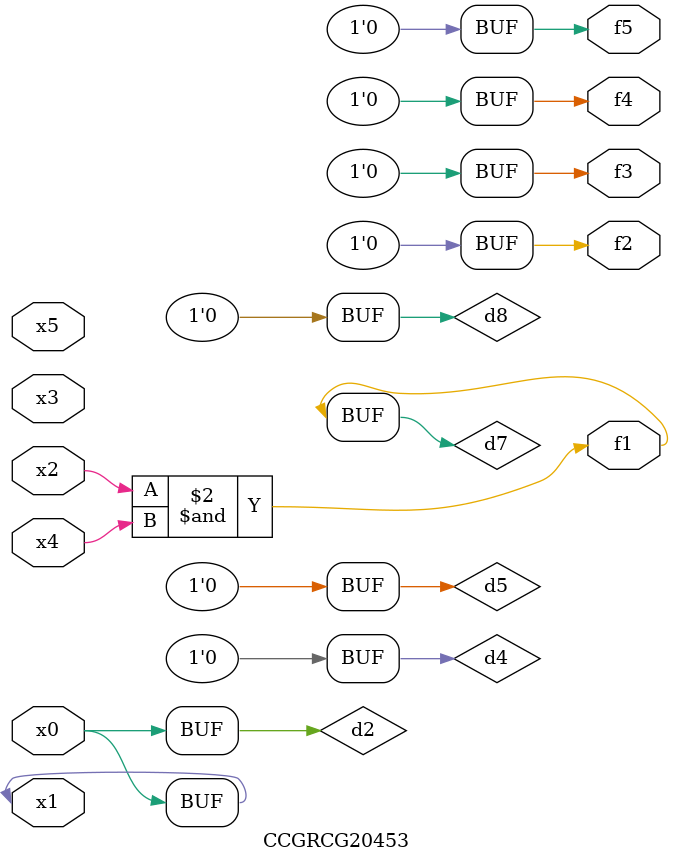
<source format=v>
module CCGRCG20453(
	input x0, x1, x2, x3, x4, x5,
	output f1, f2, f3, f4, f5
);

	wire d1, d2, d3, d4, d5, d6, d7, d8, d9;

	nand (d1, x1);
	buf (d2, x0, x1);
	nand (d3, x2, x4);
	and (d4, d1, d2);
	and (d5, d1, d2);
	nand (d6, d1, d3);
	not (d7, d3);
	xor (d8, d5);
	nor (d9, d5, d6);
	assign f1 = d7;
	assign f2 = d8;
	assign f3 = d8;
	assign f4 = d8;
	assign f5 = d8;
endmodule

</source>
